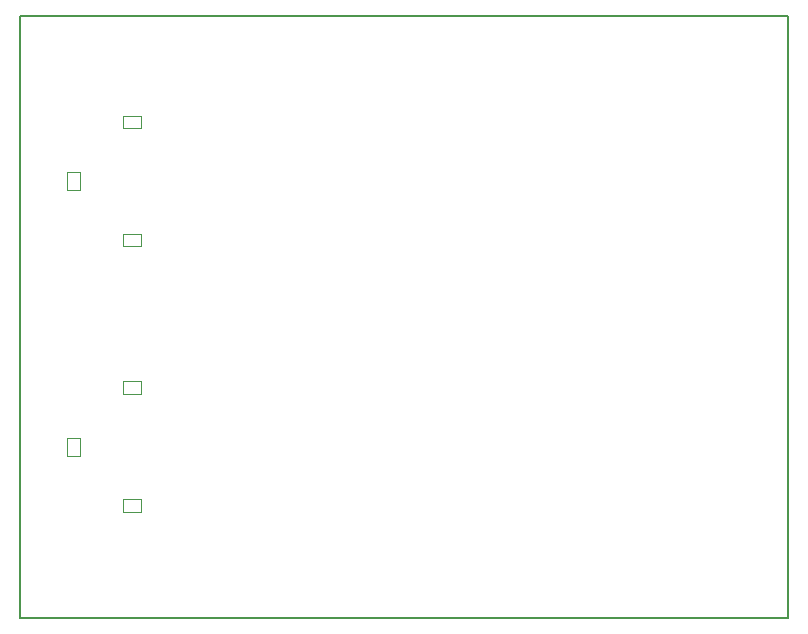
<source format=gbr>
G04 #@! TF.FileFunction,Profile,NP*
%FSLAX46Y46*%
G04 Gerber Fmt 4.6, Leading zero omitted, Abs format (unit mm)*
G04 Created by KiCad (PCBNEW 4.0.6) date 03/10/17 18:24:38*
%MOMM*%
%LPD*%
G01*
G04 APERTURE LIST*
%ADD10C,0.150000*%
%ADD11C,0.050000*%
G04 APERTURE END LIST*
D10*
D11*
X140035000Y-76750000D02*
X138965000Y-76750000D01*
X140035000Y-78250000D02*
X140035000Y-76750000D01*
X138965000Y-78250000D02*
X140035000Y-78250000D01*
X138965000Y-76750000D02*
X138965000Y-78250000D01*
X145250000Y-81965000D02*
X143750000Y-81965000D01*
X145250000Y-83035000D02*
X145250000Y-81965000D01*
X143750000Y-83035000D02*
X145250000Y-83035000D01*
X143750000Y-81965000D02*
X143750000Y-83035000D01*
X145250000Y-73035000D02*
X143750000Y-73035000D01*
X145250000Y-71965000D02*
X145250000Y-73035000D01*
X143750000Y-71965000D02*
X145250000Y-71965000D01*
X143750000Y-73035000D02*
X143750000Y-71965000D01*
X140035000Y-54250000D02*
X138965000Y-54250000D01*
X140035000Y-55750000D02*
X140035000Y-54250000D01*
X138965000Y-55750000D02*
X140035000Y-55750000D01*
X138965000Y-54250000D02*
X138965000Y-55750000D01*
X145250000Y-59465000D02*
X143750000Y-59465000D01*
X145250000Y-60535000D02*
X145250000Y-59465000D01*
X143750000Y-60535000D02*
X145250000Y-60535000D01*
X143750000Y-59465000D02*
X143750000Y-60535000D01*
X145250000Y-49465000D02*
X143750000Y-49465000D01*
X143750000Y-49465000D02*
X143750000Y-50535000D01*
X145250000Y-50535000D02*
X145250000Y-49465000D01*
X143750000Y-50535000D02*
X145250000Y-50535000D01*
D10*
X135000000Y-92000000D02*
X135000000Y-41000000D01*
X200000000Y-92000000D02*
X200000000Y-41000000D01*
X135000000Y-92000000D02*
X200000000Y-92000000D01*
X135000000Y-41000000D02*
X200000000Y-41000000D01*
M02*

</source>
